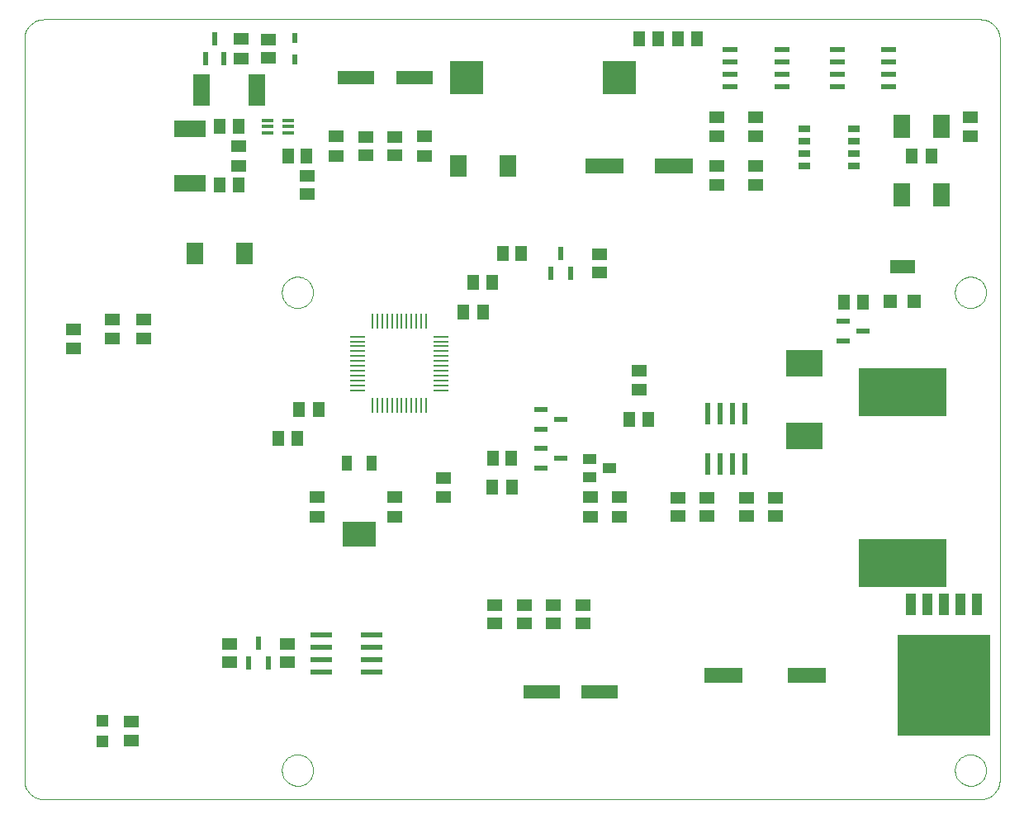
<source format=gtp>
G75*
G70*
%OFA0B0*%
%FSLAX24Y24*%
%IPPOS*%
%LPD*%
%AMOC8*
5,1,8,0,0,1.08239X$1,22.5*
%
%ADD10C,0.0000*%
%ADD11R,0.0098X0.0591*%
%ADD12R,0.0591X0.0098*%
%ADD13R,0.0709X0.1260*%
%ADD14R,0.0709X0.0945*%
%ADD15R,0.0512X0.0630*%
%ADD16R,0.1496X0.0551*%
%ADD17R,0.1575X0.0630*%
%ADD18R,0.0630X0.0512*%
%ADD19R,0.1378X0.1378*%
%ADD20R,0.0220X0.0520*%
%ADD21R,0.1260X0.0709*%
%ADD22R,0.0500X0.0250*%
%ADD23R,0.0600X0.0220*%
%ADD24R,0.1339X0.0984*%
%ADD25R,0.0394X0.0591*%
%ADD26R,0.3543X0.1969*%
%ADD27R,0.0520X0.0390*%
%ADD28R,0.1535X0.0630*%
%ADD29R,0.0236X0.0866*%
%ADD30R,0.0866X0.0236*%
%ADD31R,0.0551X0.0551*%
%ADD32R,0.0984X0.0551*%
%ADD33R,0.0709X0.0866*%
%ADD34R,0.0472X0.0472*%
%ADD35R,0.3740X0.4098*%
%ADD36R,0.0420X0.0850*%
%ADD37R,0.1496X0.1102*%
%ADD38R,0.0460X0.0140*%
%ADD39R,0.0520X0.0220*%
%ADD40R,0.0236X0.0394*%
D10*
X000947Y001087D02*
X038743Y001087D01*
X038743Y001088D02*
X038797Y001090D01*
X038850Y001095D01*
X038903Y001104D01*
X038955Y001117D01*
X039007Y001133D01*
X039057Y001153D01*
X039105Y001176D01*
X039152Y001203D01*
X039197Y001232D01*
X039240Y001265D01*
X039280Y001300D01*
X039318Y001338D01*
X039353Y001378D01*
X039386Y001421D01*
X039415Y001466D01*
X039442Y001513D01*
X039465Y001561D01*
X039485Y001611D01*
X039501Y001663D01*
X039514Y001715D01*
X039523Y001768D01*
X039528Y001821D01*
X039530Y001875D01*
X039530Y031796D01*
X039528Y031850D01*
X039523Y031903D01*
X039514Y031956D01*
X039501Y032008D01*
X039485Y032060D01*
X039465Y032110D01*
X039442Y032158D01*
X039415Y032205D01*
X039386Y032250D01*
X039353Y032293D01*
X039318Y032333D01*
X039280Y032371D01*
X039240Y032406D01*
X039197Y032439D01*
X039152Y032468D01*
X039105Y032495D01*
X039057Y032518D01*
X039007Y032538D01*
X038955Y032554D01*
X038903Y032567D01*
X038850Y032576D01*
X038797Y032581D01*
X038743Y032583D01*
X000947Y032583D01*
X000893Y032581D01*
X000840Y032576D01*
X000787Y032567D01*
X000735Y032554D01*
X000683Y032538D01*
X000633Y032518D01*
X000585Y032495D01*
X000538Y032468D01*
X000493Y032439D01*
X000450Y032406D01*
X000410Y032371D01*
X000372Y032333D01*
X000337Y032293D01*
X000304Y032250D01*
X000275Y032205D01*
X000248Y032158D01*
X000225Y032110D01*
X000205Y032060D01*
X000189Y032008D01*
X000176Y031956D01*
X000167Y031903D01*
X000162Y031850D01*
X000160Y031796D01*
X000160Y001875D01*
X000162Y001821D01*
X000167Y001768D01*
X000176Y001715D01*
X000189Y001663D01*
X000205Y001611D01*
X000225Y001561D01*
X000248Y001513D01*
X000275Y001466D01*
X000304Y001421D01*
X000337Y001378D01*
X000372Y001338D01*
X000410Y001300D01*
X000450Y001265D01*
X000493Y001232D01*
X000538Y001203D01*
X000585Y001176D01*
X000633Y001153D01*
X000683Y001133D01*
X000735Y001117D01*
X000787Y001104D01*
X000840Y001095D01*
X000893Y001090D01*
X000947Y001088D01*
X010554Y002269D02*
X010556Y002319D01*
X010562Y002369D01*
X010572Y002418D01*
X010586Y002466D01*
X010603Y002513D01*
X010624Y002558D01*
X010649Y002602D01*
X010677Y002643D01*
X010709Y002682D01*
X010743Y002719D01*
X010780Y002753D01*
X010820Y002783D01*
X010862Y002810D01*
X010906Y002834D01*
X010952Y002855D01*
X010999Y002871D01*
X011047Y002884D01*
X011097Y002893D01*
X011146Y002898D01*
X011197Y002899D01*
X011247Y002896D01*
X011296Y002889D01*
X011345Y002878D01*
X011393Y002863D01*
X011439Y002845D01*
X011484Y002823D01*
X011527Y002797D01*
X011568Y002768D01*
X011607Y002736D01*
X011643Y002701D01*
X011675Y002663D01*
X011705Y002623D01*
X011732Y002580D01*
X011755Y002536D01*
X011774Y002490D01*
X011790Y002442D01*
X011802Y002393D01*
X011810Y002344D01*
X011814Y002294D01*
X011814Y002244D01*
X011810Y002194D01*
X011802Y002145D01*
X011790Y002096D01*
X011774Y002048D01*
X011755Y002002D01*
X011732Y001958D01*
X011705Y001915D01*
X011675Y001875D01*
X011643Y001837D01*
X011607Y001802D01*
X011568Y001770D01*
X011527Y001741D01*
X011484Y001715D01*
X011439Y001693D01*
X011393Y001675D01*
X011345Y001660D01*
X011296Y001649D01*
X011247Y001642D01*
X011197Y001639D01*
X011146Y001640D01*
X011097Y001645D01*
X011047Y001654D01*
X010999Y001667D01*
X010952Y001683D01*
X010906Y001704D01*
X010862Y001728D01*
X010820Y001755D01*
X010780Y001785D01*
X010743Y001819D01*
X010709Y001856D01*
X010677Y001895D01*
X010649Y001936D01*
X010624Y001980D01*
X010603Y002025D01*
X010586Y002072D01*
X010572Y002120D01*
X010562Y002169D01*
X010556Y002219D01*
X010554Y002269D01*
X010554Y021560D02*
X010556Y021610D01*
X010562Y021660D01*
X010572Y021709D01*
X010586Y021757D01*
X010603Y021804D01*
X010624Y021849D01*
X010649Y021893D01*
X010677Y021934D01*
X010709Y021973D01*
X010743Y022010D01*
X010780Y022044D01*
X010820Y022074D01*
X010862Y022101D01*
X010906Y022125D01*
X010952Y022146D01*
X010999Y022162D01*
X011047Y022175D01*
X011097Y022184D01*
X011146Y022189D01*
X011197Y022190D01*
X011247Y022187D01*
X011296Y022180D01*
X011345Y022169D01*
X011393Y022154D01*
X011439Y022136D01*
X011484Y022114D01*
X011527Y022088D01*
X011568Y022059D01*
X011607Y022027D01*
X011643Y021992D01*
X011675Y021954D01*
X011705Y021914D01*
X011732Y021871D01*
X011755Y021827D01*
X011774Y021781D01*
X011790Y021733D01*
X011802Y021684D01*
X011810Y021635D01*
X011814Y021585D01*
X011814Y021535D01*
X011810Y021485D01*
X011802Y021436D01*
X011790Y021387D01*
X011774Y021339D01*
X011755Y021293D01*
X011732Y021249D01*
X011705Y021206D01*
X011675Y021166D01*
X011643Y021128D01*
X011607Y021093D01*
X011568Y021061D01*
X011527Y021032D01*
X011484Y021006D01*
X011439Y020984D01*
X011393Y020966D01*
X011345Y020951D01*
X011296Y020940D01*
X011247Y020933D01*
X011197Y020930D01*
X011146Y020931D01*
X011097Y020936D01*
X011047Y020945D01*
X010999Y020958D01*
X010952Y020974D01*
X010906Y020995D01*
X010862Y021019D01*
X010820Y021046D01*
X010780Y021076D01*
X010743Y021110D01*
X010709Y021147D01*
X010677Y021186D01*
X010649Y021227D01*
X010624Y021271D01*
X010603Y021316D01*
X010586Y021363D01*
X010572Y021411D01*
X010562Y021460D01*
X010556Y021510D01*
X010554Y021560D01*
X037719Y021560D02*
X037721Y021610D01*
X037727Y021660D01*
X037737Y021709D01*
X037751Y021757D01*
X037768Y021804D01*
X037789Y021849D01*
X037814Y021893D01*
X037842Y021934D01*
X037874Y021973D01*
X037908Y022010D01*
X037945Y022044D01*
X037985Y022074D01*
X038027Y022101D01*
X038071Y022125D01*
X038117Y022146D01*
X038164Y022162D01*
X038212Y022175D01*
X038262Y022184D01*
X038311Y022189D01*
X038362Y022190D01*
X038412Y022187D01*
X038461Y022180D01*
X038510Y022169D01*
X038558Y022154D01*
X038604Y022136D01*
X038649Y022114D01*
X038692Y022088D01*
X038733Y022059D01*
X038772Y022027D01*
X038808Y021992D01*
X038840Y021954D01*
X038870Y021914D01*
X038897Y021871D01*
X038920Y021827D01*
X038939Y021781D01*
X038955Y021733D01*
X038967Y021684D01*
X038975Y021635D01*
X038979Y021585D01*
X038979Y021535D01*
X038975Y021485D01*
X038967Y021436D01*
X038955Y021387D01*
X038939Y021339D01*
X038920Y021293D01*
X038897Y021249D01*
X038870Y021206D01*
X038840Y021166D01*
X038808Y021128D01*
X038772Y021093D01*
X038733Y021061D01*
X038692Y021032D01*
X038649Y021006D01*
X038604Y020984D01*
X038558Y020966D01*
X038510Y020951D01*
X038461Y020940D01*
X038412Y020933D01*
X038362Y020930D01*
X038311Y020931D01*
X038262Y020936D01*
X038212Y020945D01*
X038164Y020958D01*
X038117Y020974D01*
X038071Y020995D01*
X038027Y021019D01*
X037985Y021046D01*
X037945Y021076D01*
X037908Y021110D01*
X037874Y021147D01*
X037842Y021186D01*
X037814Y021227D01*
X037789Y021271D01*
X037768Y021316D01*
X037751Y021363D01*
X037737Y021411D01*
X037727Y021460D01*
X037721Y021510D01*
X037719Y021560D01*
X037719Y002269D02*
X037721Y002319D01*
X037727Y002369D01*
X037737Y002418D01*
X037751Y002466D01*
X037768Y002513D01*
X037789Y002558D01*
X037814Y002602D01*
X037842Y002643D01*
X037874Y002682D01*
X037908Y002719D01*
X037945Y002753D01*
X037985Y002783D01*
X038027Y002810D01*
X038071Y002834D01*
X038117Y002855D01*
X038164Y002871D01*
X038212Y002884D01*
X038262Y002893D01*
X038311Y002898D01*
X038362Y002899D01*
X038412Y002896D01*
X038461Y002889D01*
X038510Y002878D01*
X038558Y002863D01*
X038604Y002845D01*
X038649Y002823D01*
X038692Y002797D01*
X038733Y002768D01*
X038772Y002736D01*
X038808Y002701D01*
X038840Y002663D01*
X038870Y002623D01*
X038897Y002580D01*
X038920Y002536D01*
X038939Y002490D01*
X038955Y002442D01*
X038967Y002393D01*
X038975Y002344D01*
X038979Y002294D01*
X038979Y002244D01*
X038975Y002194D01*
X038967Y002145D01*
X038955Y002096D01*
X038939Y002048D01*
X038920Y002002D01*
X038897Y001958D01*
X038870Y001915D01*
X038840Y001875D01*
X038808Y001837D01*
X038772Y001802D01*
X038733Y001770D01*
X038692Y001741D01*
X038649Y001715D01*
X038604Y001693D01*
X038558Y001675D01*
X038510Y001660D01*
X038461Y001649D01*
X038412Y001642D01*
X038362Y001639D01*
X038311Y001640D01*
X038262Y001645D01*
X038212Y001654D01*
X038164Y001667D01*
X038117Y001683D01*
X038071Y001704D01*
X038027Y001728D01*
X037985Y001755D01*
X037945Y001785D01*
X037908Y001819D01*
X037874Y001856D01*
X037842Y001895D01*
X037814Y001936D01*
X037789Y001980D01*
X037768Y002025D01*
X037751Y002072D01*
X037737Y002120D01*
X037727Y002169D01*
X037721Y002219D01*
X037719Y002269D01*
D11*
X016377Y017001D03*
X016180Y017001D03*
X015983Y017001D03*
X015786Y017001D03*
X015589Y017001D03*
X015392Y017001D03*
X015195Y017001D03*
X014999Y017001D03*
X014802Y017001D03*
X014605Y017001D03*
X014408Y017001D03*
X014211Y017001D03*
X014211Y020387D03*
X014408Y020387D03*
X014605Y020387D03*
X014802Y020387D03*
X014999Y020387D03*
X015195Y020387D03*
X015392Y020387D03*
X015589Y020387D03*
X015786Y020387D03*
X015983Y020387D03*
X016180Y020387D03*
X016377Y020387D03*
D12*
X016987Y019776D03*
X016987Y019580D03*
X016987Y019383D03*
X016987Y019186D03*
X016987Y018989D03*
X016987Y018792D03*
X016987Y018595D03*
X016987Y018398D03*
X016987Y018202D03*
X016987Y018005D03*
X016987Y017808D03*
X016987Y017611D03*
X013601Y017611D03*
X013601Y017808D03*
X013601Y018005D03*
X013601Y018202D03*
X013601Y018398D03*
X013601Y018595D03*
X013601Y018792D03*
X013601Y018989D03*
X013601Y019186D03*
X013601Y019383D03*
X013601Y019580D03*
X013601Y019776D03*
D13*
X009530Y029729D03*
X007325Y029729D03*
D14*
X035583Y028253D03*
X037178Y028253D03*
X037178Y025497D03*
X035583Y025497D03*
D15*
X035987Y027072D03*
X036774Y027072D03*
X033999Y021166D03*
X033251Y021166D03*
X025357Y016442D03*
X024569Y016442D03*
X019825Y014867D03*
X019077Y014867D03*
X019058Y013686D03*
X019845Y013686D03*
X018664Y020772D03*
X017877Y020772D03*
X018270Y021954D03*
X019058Y021954D03*
X019471Y023135D03*
X020219Y023135D03*
X012046Y016835D03*
X011258Y016835D03*
X011184Y015654D03*
X010396Y015654D03*
X008802Y025891D03*
X008054Y025891D03*
X008054Y028253D03*
X008802Y028253D03*
X010810Y027072D03*
X011558Y027072D03*
X024983Y031796D03*
X025731Y031796D03*
X026538Y031796D03*
X027325Y031796D03*
D16*
X015908Y030221D03*
X013546Y030221D03*
X021026Y005418D03*
X023388Y005418D03*
D17*
X023566Y026678D03*
X026361Y026678D03*
D18*
X028113Y026658D03*
X028113Y025910D03*
X029688Y025910D03*
X029688Y026658D03*
X029688Y027879D03*
X029688Y028627D03*
X028113Y028627D03*
X028113Y027879D03*
X023388Y023115D03*
X023388Y022367D03*
X024963Y018391D03*
X024963Y017643D03*
X024176Y013292D03*
X024176Y012505D03*
X022995Y012505D03*
X022995Y013292D03*
X026538Y013272D03*
X026538Y012524D03*
X027719Y012524D03*
X027719Y013272D03*
X029294Y013272D03*
X029294Y012524D03*
X030475Y012524D03*
X030475Y013272D03*
X022699Y008942D03*
X022699Y008194D03*
X021518Y008194D03*
X021518Y008942D03*
X020337Y008942D03*
X020337Y008194D03*
X019156Y008194D03*
X019156Y008942D03*
X015121Y012505D03*
X015121Y013292D03*
X017089Y013312D03*
X017089Y014060D03*
X011971Y013292D03*
X011971Y012505D03*
X010790Y007367D03*
X010790Y006619D03*
X008428Y006619D03*
X008428Y007367D03*
X004491Y004217D03*
X004491Y003469D03*
X002129Y019316D03*
X002129Y020064D03*
X003703Y019709D03*
X003703Y020457D03*
X004983Y020477D03*
X004983Y019690D03*
X011577Y025517D03*
X011577Y026265D03*
X012758Y027072D03*
X012758Y027859D03*
X013940Y027839D03*
X013940Y027091D03*
X015121Y027091D03*
X015121Y027839D03*
X016302Y027859D03*
X016302Y027072D03*
X010003Y031028D03*
X010003Y031776D03*
X008920Y031796D03*
X008920Y031009D03*
X008821Y027465D03*
X008821Y026678D03*
X038349Y027859D03*
X038349Y028646D03*
D19*
X024176Y030221D03*
X017996Y030221D03*
D20*
X021814Y023141D03*
X022214Y022341D03*
X021414Y022341D03*
X008197Y031002D03*
X007477Y031002D03*
X007837Y031802D03*
X009609Y007393D03*
X010009Y006593D03*
X009209Y006593D03*
D21*
X006853Y025969D03*
X006853Y028174D03*
D22*
X031656Y028178D03*
X031656Y027678D03*
X031656Y027178D03*
X031656Y026678D03*
X033656Y026678D03*
X033656Y027178D03*
X033656Y027678D03*
X033656Y028178D03*
D23*
X032978Y029865D03*
X032978Y030365D03*
X032978Y030865D03*
X032978Y031365D03*
X035058Y031365D03*
X035058Y030865D03*
X035058Y030365D03*
X035058Y029865D03*
X030728Y029865D03*
X030728Y030365D03*
X030728Y030865D03*
X030728Y031365D03*
X028648Y031365D03*
X028648Y030865D03*
X028648Y030365D03*
X028648Y029865D03*
D24*
X013664Y011816D03*
D25*
X014164Y014650D03*
X013164Y014650D03*
D26*
X035593Y017524D03*
X035593Y010635D03*
D27*
X023788Y014473D03*
X022988Y014103D03*
X022988Y014843D03*
D28*
X028384Y006107D03*
X031731Y006107D03*
D29*
X029256Y014631D03*
X028756Y014631D03*
X028256Y014631D03*
X027756Y014631D03*
X027756Y016678D03*
X028256Y016678D03*
X028756Y016678D03*
X029256Y016678D03*
D30*
X014176Y007743D03*
X014176Y007243D03*
X014176Y006743D03*
X014176Y006243D03*
X012129Y006243D03*
X012129Y006743D03*
X012129Y007243D03*
X012129Y007743D03*
D31*
X035101Y021206D03*
X036085Y021206D03*
D32*
X035593Y022583D03*
D33*
X019668Y026678D03*
X017660Y026678D03*
X009038Y023135D03*
X007030Y023135D03*
D34*
X003310Y004257D03*
X003310Y003430D03*
D35*
X037266Y005698D03*
D36*
X037266Y008978D03*
X037936Y008978D03*
X038606Y008978D03*
X036596Y008978D03*
X035926Y008978D03*
D37*
X031656Y015772D03*
X031656Y018686D03*
D38*
X010806Y027993D03*
X010806Y028253D03*
X010806Y028513D03*
X009986Y028513D03*
X009986Y028253D03*
X009986Y027993D03*
D39*
X021020Y016842D03*
X021020Y016042D03*
X021020Y015267D03*
X021020Y014467D03*
X021820Y014867D03*
X021820Y016442D03*
X033225Y019585D03*
X033225Y020385D03*
X034025Y019985D03*
D40*
X011085Y030969D03*
X011085Y031835D03*
M02*

</source>
